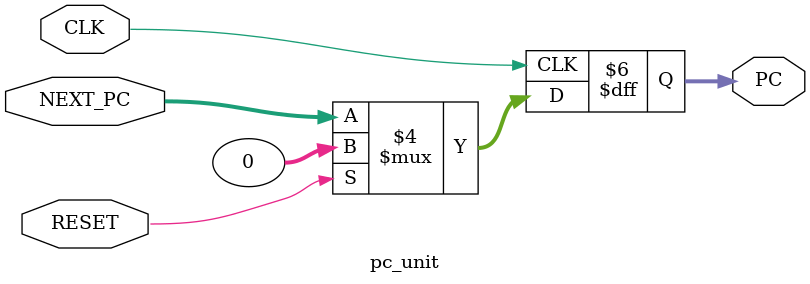
<source format=v>
/*
Group 11 Lab 5 part 5

*/

//Compute 2's complimet of input
module twos_compliment(IN,OUT);
    
    input [7:0] IN;  // Input signal
    output [7:0] OUT;  // Two's complement output

    // Calculate two's complement
    assign #1 OUT = ~IN + 8'd1;

endmodule

//8 bit input 2x1 mux
module mux_2x1(IN0,IN1,SELECT,OUT);
    
    input [7:0] IN0,IN1;  // Input signals
    input SELECT;  // Selection signal
    output reg [7:0] OUT;  // Selected output

    always @(IN0,IN1,SELECT) begin
        // Select the input based on SELECT
        if (SELECT == 1'b0)
            OUT = IN0;
        else
            OUT = IN1;
    end
endmodule

//32 bit input 2x1 mux
module mux_32(IN0,IN1,SELECT,OUT);
    
    input [31:0] IN0,IN1;  // Input signals
    input SELECT;  // Selection signal
    output reg [31:0] OUT;  // Selected output

    always @(IN0,IN1,SELECT) begin
        // Select the input based on SELECT
        if (SELECT == 1'b0)
            OUT = IN0;
        else
            OUT = IN1;
    end
endmodule


//Extend address to 32 bit and leftshift by two for word alling 
module extend(address,byteAddress);
    
    input [7:0] address;
    output [31:0] byteAddress;

    assign byteAddress = { {32{address[7]}}, address,2'b00 };

endmodule

//Combinational AND for Branch Select signal. zero from ALU and branch from CU
module branchControl(jump,branch,zero,branch_sel);
    input  branch,zero,jump;
    output branch_sel;

    assign branch_sel = jump ^ (branch & zero);  
    
    /*  j | branch | zero | branch_sel
        0    1        1        1        => beq
        1    1        0        1        => bne
        1    0        x        1        => jump
    */

endmodule


//Adder for PC+4
module pc_adder1(CURRENT_PC,PC_4);
   
    input [31:0] CURRENT_PC;  // Current program counter
    output [31:0] PC_4;  // Program counter + 4 output

    // Add 4 to the current program counter
    assign #1 PC_4 = CURRENT_PC + 32'd4;

endmodule

//Adder for ADD offset for PC
module pc_adder2(pc_4,offset,offset_pc);
   
    input [31:0] offset,pc_4;  // Current program counter
    output [31:0] offset_pc;  // Program counter + offset

    // Add offset to the current program counter
    assign #1 offset_pc = pc_4 + offset;

endmodule


//Program Counter
module pc_unit(CLK,RESET,NEXT_PC,PC);
    
    input CLK,RESET;  // Clock and reset signals
    input  [31:0] NEXT_PC;
    output reg [31:0] PC;  // Program counter output

    always @(posedge CLK) begin
        // Reset PC to 0 on reset signal
        if (RESET == 1'b1)
            #1 PC = 32'b0;
        else
            #1 PC = NEXT_PC;  // Update PC
    end
endmodule


</source>
